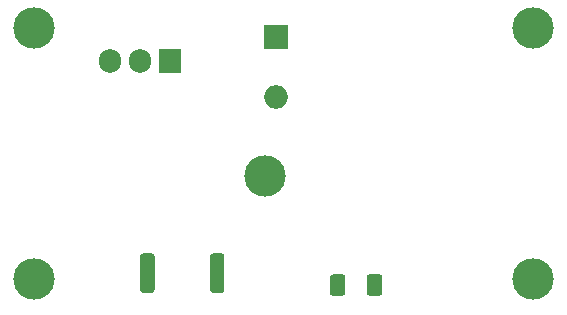
<source format=gbr>
%TF.GenerationSoftware,KiCad,Pcbnew,(5.1.9-0-10_14)*%
%TF.CreationDate,2021-02-28T00:37:48+08:00*%
%TF.ProjectId,xhp70-driver,78687037-302d-4647-9269-7665722e6b69,rev?*%
%TF.SameCoordinates,Original*%
%TF.FileFunction,Soldermask,Bot*%
%TF.FilePolarity,Negative*%
%FSLAX46Y46*%
G04 Gerber Fmt 4.6, Leading zero omitted, Abs format (unit mm)*
G04 Created by KiCad (PCBNEW (5.1.9-0-10_14)) date 2021-02-28 00:37:48*
%MOMM*%
%LPD*%
G01*
G04 APERTURE LIST*
%ADD10C,3.500000*%
%ADD11O,1.905000X2.000000*%
%ADD12R,1.905000X2.000000*%
%ADD13O,2.000000X2.000000*%
%ADD14R,2.000000X2.000000*%
G04 APERTURE END LIST*
D10*
%TO.C,H3*%
X156750000Y-74500000D03*
%TD*%
D11*
%TO.C,Q1*%
X120920000Y-56000000D03*
X123460000Y-56000000D03*
D12*
X126000000Y-56000000D03*
%TD*%
D13*
%TO.C,D1*%
X135000000Y-59080000D03*
D14*
X135000000Y-54000000D03*
%TD*%
%TO.C,R2*%
G36*
G01*
X124687500Y-72574999D02*
X124687500Y-75425001D01*
G75*
G02*
X124437501Y-75675000I-249999J0D01*
G01*
X123712499Y-75675000D01*
G75*
G02*
X123462500Y-75425001I0J249999D01*
G01*
X123462500Y-72574999D01*
G75*
G02*
X123712499Y-72325000I249999J0D01*
G01*
X124437501Y-72325000D01*
G75*
G02*
X124687500Y-72574999I0J-249999D01*
G01*
G37*
G36*
G01*
X130612500Y-72574999D02*
X130612500Y-75425001D01*
G75*
G02*
X130362501Y-75675000I-249999J0D01*
G01*
X129637499Y-75675000D01*
G75*
G02*
X129387500Y-75425001I0J249999D01*
G01*
X129387500Y-72574999D01*
G75*
G02*
X129637499Y-72325000I249999J0D01*
G01*
X130362501Y-72325000D01*
G75*
G02*
X130612500Y-72574999I0J-249999D01*
G01*
G37*
%TD*%
%TO.C,C1*%
G36*
G01*
X142650000Y-75650002D02*
X142650000Y-74349998D01*
G75*
G02*
X142899998Y-74100000I249998J0D01*
G01*
X143725002Y-74100000D01*
G75*
G02*
X143975000Y-74349998I0J-249998D01*
G01*
X143975000Y-75650002D01*
G75*
G02*
X143725002Y-75900000I-249998J0D01*
G01*
X142899998Y-75900000D01*
G75*
G02*
X142650000Y-75650002I0J249998D01*
G01*
G37*
G36*
G01*
X139525000Y-75650002D02*
X139525000Y-74349998D01*
G75*
G02*
X139774998Y-74100000I249998J0D01*
G01*
X140600002Y-74100000D01*
G75*
G02*
X140850000Y-74349998I0J-249998D01*
G01*
X140850000Y-75650002D01*
G75*
G02*
X140600002Y-75900000I-249998J0D01*
G01*
X139774998Y-75900000D01*
G75*
G02*
X139525000Y-75650002I0J249998D01*
G01*
G37*
%TD*%
D10*
%TO.C,H1*%
X114500000Y-53250000D03*
%TD*%
%TO.C,H5*%
X134000000Y-65750000D03*
%TD*%
%TO.C,H4*%
X156750000Y-53250000D03*
%TD*%
%TO.C,H2*%
X114500000Y-74500000D03*
%TD*%
M02*

</source>
